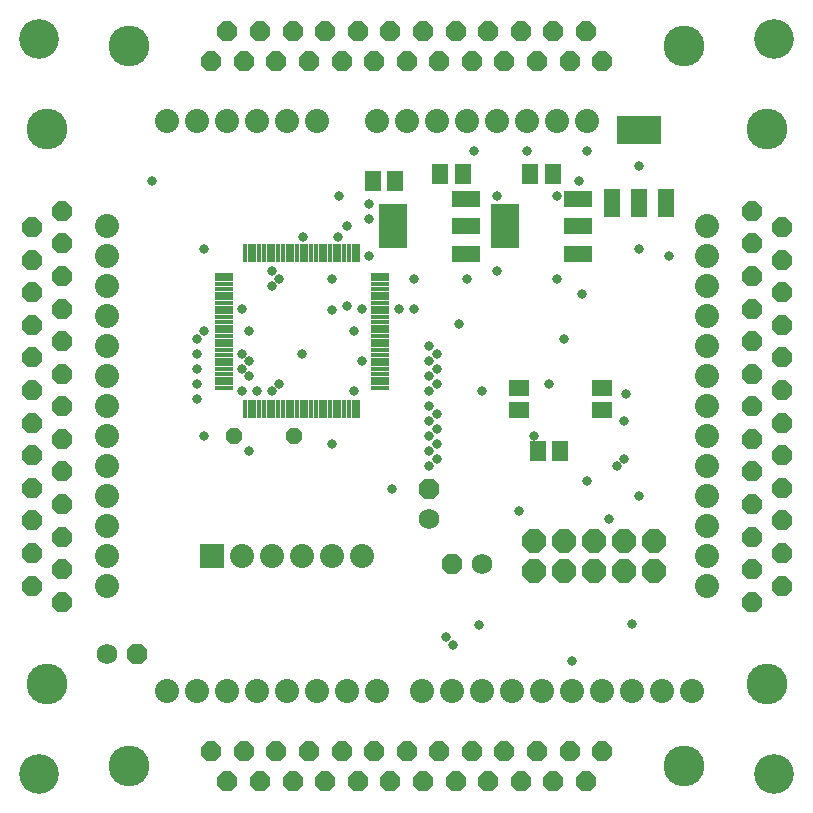
<source format=gts>
G75*
%MOIN*%
%OFA0B0*%
%FSLAX24Y24*%
%IPPOS*%
%LPD*%
%AMOC8*
5,1,8,0,0,1.08239X$1,22.5*
%
%ADD10C,0.1320*%
%ADD11R,0.0640X0.0150*%
%ADD12R,0.0150X0.0640*%
%ADD13OC8,0.0660*%
%ADD14C,0.1360*%
%ADD15C,0.0800*%
%ADD16R,0.0940X0.0540*%
%ADD17R,0.0926X0.1477*%
%ADD18R,0.0540X0.0940*%
%ADD19R,0.1477X0.0926*%
%ADD20R,0.0572X0.0651*%
%ADD21R,0.0651X0.0572*%
%ADD22OC8,0.0540*%
%ADD23OC8,0.0690*%
%ADD24C,0.0690*%
%ADD25R,0.0800X0.0800*%
%ADD26OC8,0.0800*%
%ADD27C,0.0330*%
D10*
X006780Y006780D03*
X031280Y006780D03*
X031280Y031280D03*
X006780Y031280D03*
D11*
X012925Y023420D03*
X012925Y023262D03*
X012925Y023105D03*
X012925Y022947D03*
X012925Y022790D03*
X012925Y022632D03*
X012925Y022475D03*
X012925Y022317D03*
X012925Y022160D03*
X012925Y022002D03*
X012925Y021845D03*
X012925Y021687D03*
X012925Y021530D03*
X012925Y021373D03*
X012925Y021215D03*
X012925Y021058D03*
X012925Y020900D03*
X012925Y020743D03*
X012925Y020585D03*
X012925Y020428D03*
X012925Y020270D03*
X012925Y020113D03*
X012925Y019955D03*
X012925Y019798D03*
X012925Y019640D03*
X018135Y019640D03*
X018135Y019798D03*
X018135Y019955D03*
X018135Y020113D03*
X018135Y020270D03*
X018135Y020428D03*
X018135Y020585D03*
X018135Y020743D03*
X018135Y020900D03*
X018135Y021058D03*
X018135Y021215D03*
X018135Y021373D03*
X018135Y021530D03*
X018135Y021687D03*
X018135Y021845D03*
X018135Y022002D03*
X018135Y022160D03*
X018135Y022317D03*
X018135Y022475D03*
X018135Y022632D03*
X018135Y022790D03*
X018135Y022947D03*
X018135Y023105D03*
X018135Y023262D03*
X018135Y023420D03*
D12*
X017420Y024135D03*
X017262Y024135D03*
X017105Y024135D03*
X016947Y024135D03*
X016790Y024135D03*
X016632Y024135D03*
X016475Y024135D03*
X016317Y024135D03*
X016160Y024135D03*
X016002Y024135D03*
X015845Y024135D03*
X015687Y024135D03*
X015530Y024135D03*
X015373Y024135D03*
X015215Y024135D03*
X015058Y024135D03*
X014900Y024135D03*
X014743Y024135D03*
X014585Y024135D03*
X014428Y024135D03*
X014270Y024135D03*
X014113Y024135D03*
X013955Y024135D03*
X013798Y024135D03*
X013640Y024135D03*
X013640Y018925D03*
X013798Y018925D03*
X013955Y018925D03*
X014113Y018925D03*
X014270Y018925D03*
X014428Y018925D03*
X014585Y018925D03*
X014743Y018925D03*
X014900Y018925D03*
X015058Y018925D03*
X015215Y018925D03*
X015373Y018925D03*
X015530Y018925D03*
X015687Y018925D03*
X015845Y018925D03*
X016002Y018925D03*
X016160Y018925D03*
X016317Y018925D03*
X016475Y018925D03*
X016632Y018925D03*
X016790Y018925D03*
X016947Y018925D03*
X017105Y018925D03*
X017262Y018925D03*
X017420Y018925D03*
D13*
X007530Y019030D03*
X007530Y020120D03*
X007530Y021200D03*
X007530Y022290D03*
X007530Y023380D03*
X007530Y024460D03*
X007530Y025550D03*
X006530Y025010D03*
X006530Y023920D03*
X006530Y022830D03*
X006530Y021750D03*
X006530Y020660D03*
X006530Y019570D03*
X006530Y018490D03*
X006530Y017400D03*
X006530Y016310D03*
X006530Y015230D03*
X006530Y014140D03*
X006530Y013050D03*
X007530Y012510D03*
X007530Y013600D03*
X007530Y014680D03*
X007530Y015770D03*
X007530Y016860D03*
X007530Y017940D03*
X012510Y007530D03*
X013050Y006530D03*
X013600Y007530D03*
X014680Y007530D03*
X014140Y006530D03*
X015230Y006530D03*
X015770Y007530D03*
X016310Y006530D03*
X017400Y006530D03*
X016860Y007530D03*
X017940Y007530D03*
X018490Y006530D03*
X019030Y007530D03*
X020120Y007530D03*
X020660Y006530D03*
X021200Y007530D03*
X021750Y006530D03*
X022830Y006530D03*
X022290Y007530D03*
X023380Y007530D03*
X023920Y006530D03*
X024460Y007530D03*
X025550Y007530D03*
X025010Y006530D03*
X019570Y006530D03*
X030530Y012510D03*
X030530Y013600D03*
X030530Y014680D03*
X030530Y015770D03*
X030530Y016860D03*
X030530Y017940D03*
X030530Y019030D03*
X030530Y020120D03*
X030530Y021200D03*
X030530Y022290D03*
X030530Y023380D03*
X030530Y024460D03*
X030530Y025550D03*
X031530Y025010D03*
X031530Y023920D03*
X031530Y022830D03*
X031530Y021750D03*
X031530Y020660D03*
X031530Y019570D03*
X031530Y018490D03*
X031530Y017400D03*
X031530Y016310D03*
X031530Y015230D03*
X031530Y014140D03*
X031530Y013050D03*
X025550Y030530D03*
X024460Y030530D03*
X023920Y031530D03*
X023380Y030530D03*
X022830Y031530D03*
X021750Y031530D03*
X022290Y030530D03*
X021200Y030530D03*
X020660Y031530D03*
X020120Y030530D03*
X019030Y030530D03*
X018490Y031530D03*
X017940Y030530D03*
X017400Y031530D03*
X016310Y031530D03*
X015770Y030530D03*
X015230Y031530D03*
X014680Y030530D03*
X013600Y030530D03*
X014140Y031530D03*
X013050Y031530D03*
X012510Y030530D03*
X016860Y030530D03*
X019570Y031530D03*
X025010Y031530D03*
D14*
X028290Y031030D03*
X031030Y028290D03*
X031030Y009770D03*
X028290Y007030D03*
X009770Y007030D03*
X007030Y009770D03*
X007030Y028290D03*
X009770Y031030D03*
D15*
X011030Y028530D03*
X012030Y028530D03*
X013030Y028530D03*
X014030Y028530D03*
X015030Y028530D03*
X016030Y028530D03*
X018030Y028530D03*
X019030Y028530D03*
X020030Y028530D03*
X021030Y028530D03*
X022030Y028530D03*
X023030Y028530D03*
X024030Y028530D03*
X025030Y028530D03*
X029030Y025030D03*
X029030Y024030D03*
X029030Y023030D03*
X029030Y022030D03*
X029030Y021030D03*
X029030Y020030D03*
X029030Y019030D03*
X029030Y018030D03*
X029030Y017030D03*
X029030Y016030D03*
X029030Y015030D03*
X029030Y014030D03*
X029030Y013030D03*
X028530Y009530D03*
X027530Y009530D03*
X026530Y009530D03*
X025530Y009530D03*
X024530Y009530D03*
X023530Y009530D03*
X022530Y009530D03*
X021530Y009530D03*
X020530Y009530D03*
X019530Y009530D03*
X018030Y009530D03*
X017030Y009530D03*
X016030Y009530D03*
X015030Y009530D03*
X014030Y009530D03*
X013030Y009530D03*
X012030Y009530D03*
X011030Y009530D03*
X009030Y013030D03*
X009030Y014030D03*
X009030Y015030D03*
X009030Y016030D03*
X009030Y017030D03*
X009030Y018030D03*
X009030Y019030D03*
X009030Y020030D03*
X009030Y021030D03*
X009030Y022030D03*
X009030Y023030D03*
X009030Y024030D03*
X009030Y025030D03*
X013530Y014030D03*
X014530Y014030D03*
X015530Y014030D03*
X016530Y014030D03*
X017530Y014030D03*
D16*
X021000Y024120D03*
X021000Y025030D03*
X021000Y025940D03*
X024750Y025940D03*
X024750Y025030D03*
X024750Y024120D03*
D17*
X022310Y025030D03*
X018560Y025030D03*
D18*
X025870Y025810D03*
X026780Y025810D03*
X027690Y025810D03*
D19*
X026780Y028250D03*
D20*
X023904Y026780D03*
X023156Y026780D03*
X020904Y026780D03*
X020156Y026780D03*
X018654Y026530D03*
X017906Y026530D03*
X023406Y017530D03*
X024154Y017530D03*
D21*
X025530Y018906D03*
X025530Y019654D03*
X022780Y019654D03*
X022780Y018906D03*
D22*
X015280Y018030D03*
X013280Y018030D03*
D23*
X019780Y016280D03*
X020530Y013780D03*
X010030Y010780D03*
D24*
X009030Y010780D03*
X019780Y015280D03*
X021530Y013780D03*
D25*
X012530Y014030D03*
D26*
X023280Y013530D03*
X024280Y013530D03*
X024280Y014530D03*
X023280Y014530D03*
X025280Y014530D03*
X026280Y014530D03*
X026280Y013530D03*
X025280Y013530D03*
X027280Y013530D03*
X027280Y014530D03*
D27*
X026780Y016030D03*
X026030Y017030D03*
X026280Y017280D03*
X026280Y018530D03*
X026330Y019430D03*
X024280Y021280D03*
X023780Y019780D03*
X023280Y018030D03*
X025030Y016530D03*
X025780Y015280D03*
X022780Y015530D03*
X020030Y017280D03*
X019780Y017030D03*
X019780Y017530D03*
X020030Y017780D03*
X019780Y018030D03*
X020030Y018280D03*
X019780Y018530D03*
X020030Y018780D03*
X019780Y019030D03*
X019780Y019530D03*
X020030Y019780D03*
X019780Y020030D03*
X020030Y020280D03*
X019780Y020530D03*
X020030Y020780D03*
X019780Y021030D03*
X020780Y021780D03*
X021030Y023280D03*
X022030Y023530D03*
X024030Y023280D03*
X024880Y022780D03*
X026780Y024280D03*
X027780Y024030D03*
X026780Y027030D03*
X025030Y027530D03*
X024780Y026530D03*
X024030Y026030D03*
X023030Y027530D03*
X022030Y026030D03*
X021280Y027530D03*
X017780Y025780D03*
X017780Y025280D03*
X017030Y025030D03*
X016730Y024680D03*
X017780Y024030D03*
X016530Y023280D03*
X017030Y022380D03*
X016530Y022230D03*
X017280Y021530D03*
X017530Y022280D03*
X018780Y022280D03*
X019280Y022280D03*
X019280Y023280D03*
X016780Y026030D03*
X015580Y024680D03*
X014530Y023530D03*
X014780Y023280D03*
X014530Y023030D03*
X013530Y022280D03*
X013780Y021530D03*
X013530Y020780D03*
X013780Y020530D03*
X013530Y020280D03*
X013780Y020030D03*
X013530Y019530D03*
X014030Y019530D03*
X014530Y019530D03*
X014780Y019780D03*
X015530Y020780D03*
X017280Y019530D03*
X017530Y020530D03*
X016530Y017780D03*
X018530Y016280D03*
X021530Y019530D03*
X013780Y017530D03*
X012280Y018030D03*
X012030Y019280D03*
X012030Y019780D03*
X012030Y020280D03*
X012030Y020780D03*
X012030Y021280D03*
X012280Y021530D03*
X012280Y024280D03*
X010530Y026530D03*
X021430Y011730D03*
X020580Y011080D03*
X020330Y011330D03*
X024530Y010530D03*
X026530Y011780D03*
M02*

</source>
